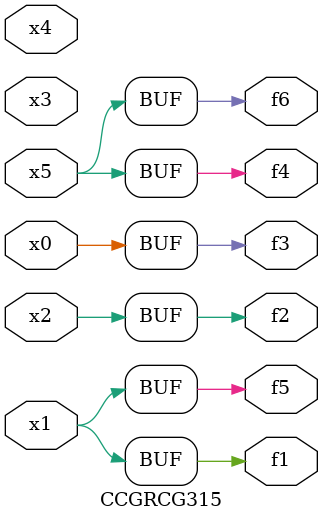
<source format=v>
module CCGRCG315(
	input x0, x1, x2, x3, x4, x5,
	output f1, f2, f3, f4, f5, f6
);
	assign f1 = x1;
	assign f2 = x2;
	assign f3 = x0;
	assign f4 = x5;
	assign f5 = x1;
	assign f6 = x5;
endmodule

</source>
